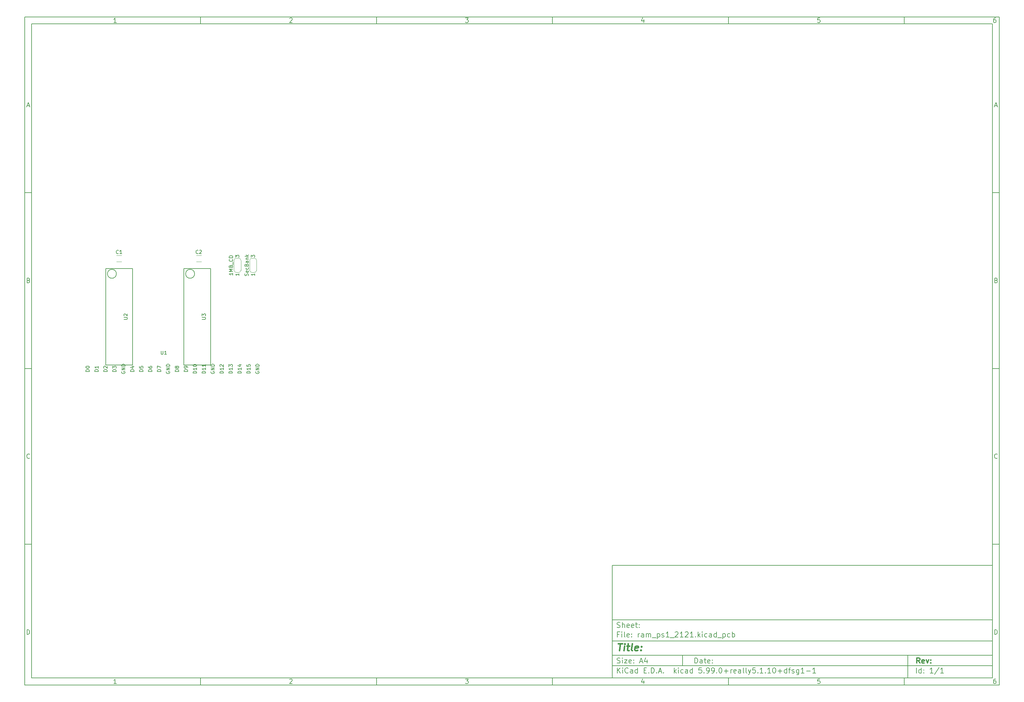
<source format=gbr>
%TF.GenerationSoftware,KiCad,Pcbnew,5.99.0+really5.1.10+dfsg1-1*%
%TF.CreationDate,2022-01-09T16:24:14+01:00*%
%TF.ProjectId,ram_ps1_2121,72616d5f-7073-4315-9f32-3132312e6b69,rev?*%
%TF.SameCoordinates,Original*%
%TF.FileFunction,Legend,Top*%
%TF.FilePolarity,Positive*%
%FSLAX46Y46*%
G04 Gerber Fmt 4.6, Leading zero omitted, Abs format (unit mm)*
G04 Created by KiCad (PCBNEW 5.99.0+really5.1.10+dfsg1-1) date 2022-01-09 16:24:14*
%MOMM*%
%LPD*%
G01*
G04 APERTURE LIST*
%ADD10C,0.100000*%
%ADD11C,0.150000*%
%ADD12C,0.300000*%
%ADD13C,0.400000*%
%ADD14C,0.120000*%
G04 APERTURE END LIST*
D10*
D11*
X177002200Y-166007200D02*
X177002200Y-198007200D01*
X285002200Y-198007200D01*
X285002200Y-166007200D01*
X177002200Y-166007200D01*
D10*
D11*
X10000000Y-10000000D02*
X10000000Y-200007200D01*
X287002200Y-200007200D01*
X287002200Y-10000000D01*
X10000000Y-10000000D01*
D10*
D11*
X12000000Y-12000000D02*
X12000000Y-198007200D01*
X285002200Y-198007200D01*
X285002200Y-12000000D01*
X12000000Y-12000000D01*
D10*
D11*
X60000000Y-12000000D02*
X60000000Y-10000000D01*
D10*
D11*
X110000000Y-12000000D02*
X110000000Y-10000000D01*
D10*
D11*
X160000000Y-12000000D02*
X160000000Y-10000000D01*
D10*
D11*
X210000000Y-12000000D02*
X210000000Y-10000000D01*
D10*
D11*
X260000000Y-12000000D02*
X260000000Y-10000000D01*
D10*
D11*
X36065476Y-11588095D02*
X35322619Y-11588095D01*
X35694047Y-11588095D02*
X35694047Y-10288095D01*
X35570238Y-10473809D01*
X35446428Y-10597619D01*
X35322619Y-10659523D01*
D10*
D11*
X85322619Y-10411904D02*
X85384523Y-10350000D01*
X85508333Y-10288095D01*
X85817857Y-10288095D01*
X85941666Y-10350000D01*
X86003571Y-10411904D01*
X86065476Y-10535714D01*
X86065476Y-10659523D01*
X86003571Y-10845238D01*
X85260714Y-11588095D01*
X86065476Y-11588095D01*
D10*
D11*
X135260714Y-10288095D02*
X136065476Y-10288095D01*
X135632142Y-10783333D01*
X135817857Y-10783333D01*
X135941666Y-10845238D01*
X136003571Y-10907142D01*
X136065476Y-11030952D01*
X136065476Y-11340476D01*
X136003571Y-11464285D01*
X135941666Y-11526190D01*
X135817857Y-11588095D01*
X135446428Y-11588095D01*
X135322619Y-11526190D01*
X135260714Y-11464285D01*
D10*
D11*
X185941666Y-10721428D02*
X185941666Y-11588095D01*
X185632142Y-10226190D02*
X185322619Y-11154761D01*
X186127380Y-11154761D01*
D10*
D11*
X236003571Y-10288095D02*
X235384523Y-10288095D01*
X235322619Y-10907142D01*
X235384523Y-10845238D01*
X235508333Y-10783333D01*
X235817857Y-10783333D01*
X235941666Y-10845238D01*
X236003571Y-10907142D01*
X236065476Y-11030952D01*
X236065476Y-11340476D01*
X236003571Y-11464285D01*
X235941666Y-11526190D01*
X235817857Y-11588095D01*
X235508333Y-11588095D01*
X235384523Y-11526190D01*
X235322619Y-11464285D01*
D10*
D11*
X285941666Y-10288095D02*
X285694047Y-10288095D01*
X285570238Y-10350000D01*
X285508333Y-10411904D01*
X285384523Y-10597619D01*
X285322619Y-10845238D01*
X285322619Y-11340476D01*
X285384523Y-11464285D01*
X285446428Y-11526190D01*
X285570238Y-11588095D01*
X285817857Y-11588095D01*
X285941666Y-11526190D01*
X286003571Y-11464285D01*
X286065476Y-11340476D01*
X286065476Y-11030952D01*
X286003571Y-10907142D01*
X285941666Y-10845238D01*
X285817857Y-10783333D01*
X285570238Y-10783333D01*
X285446428Y-10845238D01*
X285384523Y-10907142D01*
X285322619Y-11030952D01*
D10*
D11*
X60000000Y-198007200D02*
X60000000Y-200007200D01*
D10*
D11*
X110000000Y-198007200D02*
X110000000Y-200007200D01*
D10*
D11*
X160000000Y-198007200D02*
X160000000Y-200007200D01*
D10*
D11*
X210000000Y-198007200D02*
X210000000Y-200007200D01*
D10*
D11*
X260000000Y-198007200D02*
X260000000Y-200007200D01*
D10*
D11*
X36065476Y-199595295D02*
X35322619Y-199595295D01*
X35694047Y-199595295D02*
X35694047Y-198295295D01*
X35570238Y-198481009D01*
X35446428Y-198604819D01*
X35322619Y-198666723D01*
D10*
D11*
X85322619Y-198419104D02*
X85384523Y-198357200D01*
X85508333Y-198295295D01*
X85817857Y-198295295D01*
X85941666Y-198357200D01*
X86003571Y-198419104D01*
X86065476Y-198542914D01*
X86065476Y-198666723D01*
X86003571Y-198852438D01*
X85260714Y-199595295D01*
X86065476Y-199595295D01*
D10*
D11*
X135260714Y-198295295D02*
X136065476Y-198295295D01*
X135632142Y-198790533D01*
X135817857Y-198790533D01*
X135941666Y-198852438D01*
X136003571Y-198914342D01*
X136065476Y-199038152D01*
X136065476Y-199347676D01*
X136003571Y-199471485D01*
X135941666Y-199533390D01*
X135817857Y-199595295D01*
X135446428Y-199595295D01*
X135322619Y-199533390D01*
X135260714Y-199471485D01*
D10*
D11*
X185941666Y-198728628D02*
X185941666Y-199595295D01*
X185632142Y-198233390D02*
X185322619Y-199161961D01*
X186127380Y-199161961D01*
D10*
D11*
X236003571Y-198295295D02*
X235384523Y-198295295D01*
X235322619Y-198914342D01*
X235384523Y-198852438D01*
X235508333Y-198790533D01*
X235817857Y-198790533D01*
X235941666Y-198852438D01*
X236003571Y-198914342D01*
X236065476Y-199038152D01*
X236065476Y-199347676D01*
X236003571Y-199471485D01*
X235941666Y-199533390D01*
X235817857Y-199595295D01*
X235508333Y-199595295D01*
X235384523Y-199533390D01*
X235322619Y-199471485D01*
D10*
D11*
X285941666Y-198295295D02*
X285694047Y-198295295D01*
X285570238Y-198357200D01*
X285508333Y-198419104D01*
X285384523Y-198604819D01*
X285322619Y-198852438D01*
X285322619Y-199347676D01*
X285384523Y-199471485D01*
X285446428Y-199533390D01*
X285570238Y-199595295D01*
X285817857Y-199595295D01*
X285941666Y-199533390D01*
X286003571Y-199471485D01*
X286065476Y-199347676D01*
X286065476Y-199038152D01*
X286003571Y-198914342D01*
X285941666Y-198852438D01*
X285817857Y-198790533D01*
X285570238Y-198790533D01*
X285446428Y-198852438D01*
X285384523Y-198914342D01*
X285322619Y-199038152D01*
D10*
D11*
X10000000Y-60000000D02*
X12000000Y-60000000D01*
D10*
D11*
X10000000Y-110000000D02*
X12000000Y-110000000D01*
D10*
D11*
X10000000Y-160000000D02*
X12000000Y-160000000D01*
D10*
D11*
X10690476Y-35216666D02*
X11309523Y-35216666D01*
X10566666Y-35588095D02*
X11000000Y-34288095D01*
X11433333Y-35588095D01*
D10*
D11*
X11092857Y-84907142D02*
X11278571Y-84969047D01*
X11340476Y-85030952D01*
X11402380Y-85154761D01*
X11402380Y-85340476D01*
X11340476Y-85464285D01*
X11278571Y-85526190D01*
X11154761Y-85588095D01*
X10659523Y-85588095D01*
X10659523Y-84288095D01*
X11092857Y-84288095D01*
X11216666Y-84350000D01*
X11278571Y-84411904D01*
X11340476Y-84535714D01*
X11340476Y-84659523D01*
X11278571Y-84783333D01*
X11216666Y-84845238D01*
X11092857Y-84907142D01*
X10659523Y-84907142D01*
D10*
D11*
X11402380Y-135464285D02*
X11340476Y-135526190D01*
X11154761Y-135588095D01*
X11030952Y-135588095D01*
X10845238Y-135526190D01*
X10721428Y-135402380D01*
X10659523Y-135278571D01*
X10597619Y-135030952D01*
X10597619Y-134845238D01*
X10659523Y-134597619D01*
X10721428Y-134473809D01*
X10845238Y-134350000D01*
X11030952Y-134288095D01*
X11154761Y-134288095D01*
X11340476Y-134350000D01*
X11402380Y-134411904D01*
D10*
D11*
X10659523Y-185588095D02*
X10659523Y-184288095D01*
X10969047Y-184288095D01*
X11154761Y-184350000D01*
X11278571Y-184473809D01*
X11340476Y-184597619D01*
X11402380Y-184845238D01*
X11402380Y-185030952D01*
X11340476Y-185278571D01*
X11278571Y-185402380D01*
X11154761Y-185526190D01*
X10969047Y-185588095D01*
X10659523Y-185588095D01*
D10*
D11*
X287002200Y-60000000D02*
X285002200Y-60000000D01*
D10*
D11*
X287002200Y-110000000D02*
X285002200Y-110000000D01*
D10*
D11*
X287002200Y-160000000D02*
X285002200Y-160000000D01*
D10*
D11*
X285692676Y-35216666D02*
X286311723Y-35216666D01*
X285568866Y-35588095D02*
X286002200Y-34288095D01*
X286435533Y-35588095D01*
D10*
D11*
X286095057Y-84907142D02*
X286280771Y-84969047D01*
X286342676Y-85030952D01*
X286404580Y-85154761D01*
X286404580Y-85340476D01*
X286342676Y-85464285D01*
X286280771Y-85526190D01*
X286156961Y-85588095D01*
X285661723Y-85588095D01*
X285661723Y-84288095D01*
X286095057Y-84288095D01*
X286218866Y-84350000D01*
X286280771Y-84411904D01*
X286342676Y-84535714D01*
X286342676Y-84659523D01*
X286280771Y-84783333D01*
X286218866Y-84845238D01*
X286095057Y-84907142D01*
X285661723Y-84907142D01*
D10*
D11*
X286404580Y-135464285D02*
X286342676Y-135526190D01*
X286156961Y-135588095D01*
X286033152Y-135588095D01*
X285847438Y-135526190D01*
X285723628Y-135402380D01*
X285661723Y-135278571D01*
X285599819Y-135030952D01*
X285599819Y-134845238D01*
X285661723Y-134597619D01*
X285723628Y-134473809D01*
X285847438Y-134350000D01*
X286033152Y-134288095D01*
X286156961Y-134288095D01*
X286342676Y-134350000D01*
X286404580Y-134411904D01*
D10*
D11*
X285661723Y-185588095D02*
X285661723Y-184288095D01*
X285971247Y-184288095D01*
X286156961Y-184350000D01*
X286280771Y-184473809D01*
X286342676Y-184597619D01*
X286404580Y-184845238D01*
X286404580Y-185030952D01*
X286342676Y-185278571D01*
X286280771Y-185402380D01*
X286156961Y-185526190D01*
X285971247Y-185588095D01*
X285661723Y-185588095D01*
D10*
D11*
X200434342Y-193785771D02*
X200434342Y-192285771D01*
X200791485Y-192285771D01*
X201005771Y-192357200D01*
X201148628Y-192500057D01*
X201220057Y-192642914D01*
X201291485Y-192928628D01*
X201291485Y-193142914D01*
X201220057Y-193428628D01*
X201148628Y-193571485D01*
X201005771Y-193714342D01*
X200791485Y-193785771D01*
X200434342Y-193785771D01*
X202577200Y-193785771D02*
X202577200Y-193000057D01*
X202505771Y-192857200D01*
X202362914Y-192785771D01*
X202077200Y-192785771D01*
X201934342Y-192857200D01*
X202577200Y-193714342D02*
X202434342Y-193785771D01*
X202077200Y-193785771D01*
X201934342Y-193714342D01*
X201862914Y-193571485D01*
X201862914Y-193428628D01*
X201934342Y-193285771D01*
X202077200Y-193214342D01*
X202434342Y-193214342D01*
X202577200Y-193142914D01*
X203077200Y-192785771D02*
X203648628Y-192785771D01*
X203291485Y-192285771D02*
X203291485Y-193571485D01*
X203362914Y-193714342D01*
X203505771Y-193785771D01*
X203648628Y-193785771D01*
X204720057Y-193714342D02*
X204577200Y-193785771D01*
X204291485Y-193785771D01*
X204148628Y-193714342D01*
X204077200Y-193571485D01*
X204077200Y-193000057D01*
X204148628Y-192857200D01*
X204291485Y-192785771D01*
X204577200Y-192785771D01*
X204720057Y-192857200D01*
X204791485Y-193000057D01*
X204791485Y-193142914D01*
X204077200Y-193285771D01*
X205434342Y-193642914D02*
X205505771Y-193714342D01*
X205434342Y-193785771D01*
X205362914Y-193714342D01*
X205434342Y-193642914D01*
X205434342Y-193785771D01*
X205434342Y-192857200D02*
X205505771Y-192928628D01*
X205434342Y-193000057D01*
X205362914Y-192928628D01*
X205434342Y-192857200D01*
X205434342Y-193000057D01*
D10*
D11*
X177002200Y-194507200D02*
X285002200Y-194507200D01*
D10*
D11*
X178434342Y-196585771D02*
X178434342Y-195085771D01*
X179291485Y-196585771D02*
X178648628Y-195728628D01*
X179291485Y-195085771D02*
X178434342Y-195942914D01*
X179934342Y-196585771D02*
X179934342Y-195585771D01*
X179934342Y-195085771D02*
X179862914Y-195157200D01*
X179934342Y-195228628D01*
X180005771Y-195157200D01*
X179934342Y-195085771D01*
X179934342Y-195228628D01*
X181505771Y-196442914D02*
X181434342Y-196514342D01*
X181220057Y-196585771D01*
X181077200Y-196585771D01*
X180862914Y-196514342D01*
X180720057Y-196371485D01*
X180648628Y-196228628D01*
X180577200Y-195942914D01*
X180577200Y-195728628D01*
X180648628Y-195442914D01*
X180720057Y-195300057D01*
X180862914Y-195157200D01*
X181077200Y-195085771D01*
X181220057Y-195085771D01*
X181434342Y-195157200D01*
X181505771Y-195228628D01*
X182791485Y-196585771D02*
X182791485Y-195800057D01*
X182720057Y-195657200D01*
X182577200Y-195585771D01*
X182291485Y-195585771D01*
X182148628Y-195657200D01*
X182791485Y-196514342D02*
X182648628Y-196585771D01*
X182291485Y-196585771D01*
X182148628Y-196514342D01*
X182077200Y-196371485D01*
X182077200Y-196228628D01*
X182148628Y-196085771D01*
X182291485Y-196014342D01*
X182648628Y-196014342D01*
X182791485Y-195942914D01*
X184148628Y-196585771D02*
X184148628Y-195085771D01*
X184148628Y-196514342D02*
X184005771Y-196585771D01*
X183720057Y-196585771D01*
X183577200Y-196514342D01*
X183505771Y-196442914D01*
X183434342Y-196300057D01*
X183434342Y-195871485D01*
X183505771Y-195728628D01*
X183577200Y-195657200D01*
X183720057Y-195585771D01*
X184005771Y-195585771D01*
X184148628Y-195657200D01*
X186005771Y-195800057D02*
X186505771Y-195800057D01*
X186720057Y-196585771D02*
X186005771Y-196585771D01*
X186005771Y-195085771D01*
X186720057Y-195085771D01*
X187362914Y-196442914D02*
X187434342Y-196514342D01*
X187362914Y-196585771D01*
X187291485Y-196514342D01*
X187362914Y-196442914D01*
X187362914Y-196585771D01*
X188077200Y-196585771D02*
X188077200Y-195085771D01*
X188434342Y-195085771D01*
X188648628Y-195157200D01*
X188791485Y-195300057D01*
X188862914Y-195442914D01*
X188934342Y-195728628D01*
X188934342Y-195942914D01*
X188862914Y-196228628D01*
X188791485Y-196371485D01*
X188648628Y-196514342D01*
X188434342Y-196585771D01*
X188077200Y-196585771D01*
X189577200Y-196442914D02*
X189648628Y-196514342D01*
X189577200Y-196585771D01*
X189505771Y-196514342D01*
X189577200Y-196442914D01*
X189577200Y-196585771D01*
X190220057Y-196157200D02*
X190934342Y-196157200D01*
X190077200Y-196585771D02*
X190577200Y-195085771D01*
X191077200Y-196585771D01*
X191577200Y-196442914D02*
X191648628Y-196514342D01*
X191577200Y-196585771D01*
X191505771Y-196514342D01*
X191577200Y-196442914D01*
X191577200Y-196585771D01*
X194577200Y-196585771D02*
X194577200Y-195085771D01*
X194720057Y-196014342D02*
X195148628Y-196585771D01*
X195148628Y-195585771D02*
X194577200Y-196157200D01*
X195791485Y-196585771D02*
X195791485Y-195585771D01*
X195791485Y-195085771D02*
X195720057Y-195157200D01*
X195791485Y-195228628D01*
X195862914Y-195157200D01*
X195791485Y-195085771D01*
X195791485Y-195228628D01*
X197148628Y-196514342D02*
X197005771Y-196585771D01*
X196720057Y-196585771D01*
X196577200Y-196514342D01*
X196505771Y-196442914D01*
X196434342Y-196300057D01*
X196434342Y-195871485D01*
X196505771Y-195728628D01*
X196577200Y-195657200D01*
X196720057Y-195585771D01*
X197005771Y-195585771D01*
X197148628Y-195657200D01*
X198434342Y-196585771D02*
X198434342Y-195800057D01*
X198362914Y-195657200D01*
X198220057Y-195585771D01*
X197934342Y-195585771D01*
X197791485Y-195657200D01*
X198434342Y-196514342D02*
X198291485Y-196585771D01*
X197934342Y-196585771D01*
X197791485Y-196514342D01*
X197720057Y-196371485D01*
X197720057Y-196228628D01*
X197791485Y-196085771D01*
X197934342Y-196014342D01*
X198291485Y-196014342D01*
X198434342Y-195942914D01*
X199791485Y-196585771D02*
X199791485Y-195085771D01*
X199791485Y-196514342D02*
X199648628Y-196585771D01*
X199362914Y-196585771D01*
X199220057Y-196514342D01*
X199148628Y-196442914D01*
X199077200Y-196300057D01*
X199077200Y-195871485D01*
X199148628Y-195728628D01*
X199220057Y-195657200D01*
X199362914Y-195585771D01*
X199648628Y-195585771D01*
X199791485Y-195657200D01*
X202362914Y-195085771D02*
X201648628Y-195085771D01*
X201577200Y-195800057D01*
X201648628Y-195728628D01*
X201791485Y-195657200D01*
X202148628Y-195657200D01*
X202291485Y-195728628D01*
X202362914Y-195800057D01*
X202434342Y-195942914D01*
X202434342Y-196300057D01*
X202362914Y-196442914D01*
X202291485Y-196514342D01*
X202148628Y-196585771D01*
X201791485Y-196585771D01*
X201648628Y-196514342D01*
X201577200Y-196442914D01*
X203077200Y-196442914D02*
X203148628Y-196514342D01*
X203077200Y-196585771D01*
X203005771Y-196514342D01*
X203077200Y-196442914D01*
X203077200Y-196585771D01*
X203862914Y-196585771D02*
X204148628Y-196585771D01*
X204291485Y-196514342D01*
X204362914Y-196442914D01*
X204505771Y-196228628D01*
X204577200Y-195942914D01*
X204577200Y-195371485D01*
X204505771Y-195228628D01*
X204434342Y-195157200D01*
X204291485Y-195085771D01*
X204005771Y-195085771D01*
X203862914Y-195157200D01*
X203791485Y-195228628D01*
X203720057Y-195371485D01*
X203720057Y-195728628D01*
X203791485Y-195871485D01*
X203862914Y-195942914D01*
X204005771Y-196014342D01*
X204291485Y-196014342D01*
X204434342Y-195942914D01*
X204505771Y-195871485D01*
X204577200Y-195728628D01*
X205291485Y-196585771D02*
X205577200Y-196585771D01*
X205720057Y-196514342D01*
X205791485Y-196442914D01*
X205934342Y-196228628D01*
X206005771Y-195942914D01*
X206005771Y-195371485D01*
X205934342Y-195228628D01*
X205862914Y-195157200D01*
X205720057Y-195085771D01*
X205434342Y-195085771D01*
X205291485Y-195157200D01*
X205220057Y-195228628D01*
X205148628Y-195371485D01*
X205148628Y-195728628D01*
X205220057Y-195871485D01*
X205291485Y-195942914D01*
X205434342Y-196014342D01*
X205720057Y-196014342D01*
X205862914Y-195942914D01*
X205934342Y-195871485D01*
X206005771Y-195728628D01*
X206648628Y-196442914D02*
X206720057Y-196514342D01*
X206648628Y-196585771D01*
X206577200Y-196514342D01*
X206648628Y-196442914D01*
X206648628Y-196585771D01*
X207648628Y-195085771D02*
X207791485Y-195085771D01*
X207934342Y-195157200D01*
X208005771Y-195228628D01*
X208077200Y-195371485D01*
X208148628Y-195657200D01*
X208148628Y-196014342D01*
X208077200Y-196300057D01*
X208005771Y-196442914D01*
X207934342Y-196514342D01*
X207791485Y-196585771D01*
X207648628Y-196585771D01*
X207505771Y-196514342D01*
X207434342Y-196442914D01*
X207362914Y-196300057D01*
X207291485Y-196014342D01*
X207291485Y-195657200D01*
X207362914Y-195371485D01*
X207434342Y-195228628D01*
X207505771Y-195157200D01*
X207648628Y-195085771D01*
X208791485Y-196014342D02*
X209934342Y-196014342D01*
X209362914Y-196585771D02*
X209362914Y-195442914D01*
X210648628Y-196585771D02*
X210648628Y-195585771D01*
X210648628Y-195871485D02*
X210720057Y-195728628D01*
X210791485Y-195657200D01*
X210934342Y-195585771D01*
X211077200Y-195585771D01*
X212148628Y-196514342D02*
X212005771Y-196585771D01*
X211720057Y-196585771D01*
X211577200Y-196514342D01*
X211505771Y-196371485D01*
X211505771Y-195800057D01*
X211577200Y-195657200D01*
X211720057Y-195585771D01*
X212005771Y-195585771D01*
X212148628Y-195657200D01*
X212220057Y-195800057D01*
X212220057Y-195942914D01*
X211505771Y-196085771D01*
X213505771Y-196585771D02*
X213505771Y-195800057D01*
X213434342Y-195657200D01*
X213291485Y-195585771D01*
X213005771Y-195585771D01*
X212862914Y-195657200D01*
X213505771Y-196514342D02*
X213362914Y-196585771D01*
X213005771Y-196585771D01*
X212862914Y-196514342D01*
X212791485Y-196371485D01*
X212791485Y-196228628D01*
X212862914Y-196085771D01*
X213005771Y-196014342D01*
X213362914Y-196014342D01*
X213505771Y-195942914D01*
X214434342Y-196585771D02*
X214291485Y-196514342D01*
X214220057Y-196371485D01*
X214220057Y-195085771D01*
X215220057Y-196585771D02*
X215077200Y-196514342D01*
X215005771Y-196371485D01*
X215005771Y-195085771D01*
X215648628Y-195585771D02*
X216005771Y-196585771D01*
X216362914Y-195585771D02*
X216005771Y-196585771D01*
X215862914Y-196942914D01*
X215791485Y-197014342D01*
X215648628Y-197085771D01*
X217648628Y-195085771D02*
X216934342Y-195085771D01*
X216862914Y-195800057D01*
X216934342Y-195728628D01*
X217077200Y-195657200D01*
X217434342Y-195657200D01*
X217577200Y-195728628D01*
X217648628Y-195800057D01*
X217720057Y-195942914D01*
X217720057Y-196300057D01*
X217648628Y-196442914D01*
X217577200Y-196514342D01*
X217434342Y-196585771D01*
X217077200Y-196585771D01*
X216934342Y-196514342D01*
X216862914Y-196442914D01*
X218362914Y-196442914D02*
X218434342Y-196514342D01*
X218362914Y-196585771D01*
X218291485Y-196514342D01*
X218362914Y-196442914D01*
X218362914Y-196585771D01*
X219862914Y-196585771D02*
X219005771Y-196585771D01*
X219434342Y-196585771D02*
X219434342Y-195085771D01*
X219291485Y-195300057D01*
X219148628Y-195442914D01*
X219005771Y-195514342D01*
X220505771Y-196442914D02*
X220577200Y-196514342D01*
X220505771Y-196585771D01*
X220434342Y-196514342D01*
X220505771Y-196442914D01*
X220505771Y-196585771D01*
X222005771Y-196585771D02*
X221148628Y-196585771D01*
X221577200Y-196585771D02*
X221577200Y-195085771D01*
X221434342Y-195300057D01*
X221291485Y-195442914D01*
X221148628Y-195514342D01*
X222934342Y-195085771D02*
X223077200Y-195085771D01*
X223220057Y-195157200D01*
X223291485Y-195228628D01*
X223362914Y-195371485D01*
X223434342Y-195657200D01*
X223434342Y-196014342D01*
X223362914Y-196300057D01*
X223291485Y-196442914D01*
X223220057Y-196514342D01*
X223077200Y-196585771D01*
X222934342Y-196585771D01*
X222791485Y-196514342D01*
X222720057Y-196442914D01*
X222648628Y-196300057D01*
X222577200Y-196014342D01*
X222577200Y-195657200D01*
X222648628Y-195371485D01*
X222720057Y-195228628D01*
X222791485Y-195157200D01*
X222934342Y-195085771D01*
X224077200Y-196014342D02*
X225220057Y-196014342D01*
X224648628Y-196585771D02*
X224648628Y-195442914D01*
X226577200Y-196585771D02*
X226577200Y-195085771D01*
X226577200Y-196514342D02*
X226434342Y-196585771D01*
X226148628Y-196585771D01*
X226005771Y-196514342D01*
X225934342Y-196442914D01*
X225862914Y-196300057D01*
X225862914Y-195871485D01*
X225934342Y-195728628D01*
X226005771Y-195657200D01*
X226148628Y-195585771D01*
X226434342Y-195585771D01*
X226577200Y-195657200D01*
X227077200Y-195585771D02*
X227648628Y-195585771D01*
X227291485Y-196585771D02*
X227291485Y-195300057D01*
X227362914Y-195157200D01*
X227505771Y-195085771D01*
X227648628Y-195085771D01*
X228077200Y-196514342D02*
X228220057Y-196585771D01*
X228505771Y-196585771D01*
X228648628Y-196514342D01*
X228720057Y-196371485D01*
X228720057Y-196300057D01*
X228648628Y-196157200D01*
X228505771Y-196085771D01*
X228291485Y-196085771D01*
X228148628Y-196014342D01*
X228077200Y-195871485D01*
X228077200Y-195800057D01*
X228148628Y-195657200D01*
X228291485Y-195585771D01*
X228505771Y-195585771D01*
X228648628Y-195657200D01*
X230005771Y-195585771D02*
X230005771Y-196800057D01*
X229934342Y-196942914D01*
X229862914Y-197014342D01*
X229720057Y-197085771D01*
X229505771Y-197085771D01*
X229362914Y-197014342D01*
X230005771Y-196514342D02*
X229862914Y-196585771D01*
X229577200Y-196585771D01*
X229434342Y-196514342D01*
X229362914Y-196442914D01*
X229291485Y-196300057D01*
X229291485Y-195871485D01*
X229362914Y-195728628D01*
X229434342Y-195657200D01*
X229577200Y-195585771D01*
X229862914Y-195585771D01*
X230005771Y-195657200D01*
X231505771Y-196585771D02*
X230648628Y-196585771D01*
X231077200Y-196585771D02*
X231077200Y-195085771D01*
X230934342Y-195300057D01*
X230791485Y-195442914D01*
X230648628Y-195514342D01*
X232148628Y-196014342D02*
X233291485Y-196014342D01*
X234791485Y-196585771D02*
X233934342Y-196585771D01*
X234362914Y-196585771D02*
X234362914Y-195085771D01*
X234220057Y-195300057D01*
X234077200Y-195442914D01*
X233934342Y-195514342D01*
D10*
D11*
X177002200Y-191507200D02*
X285002200Y-191507200D01*
D10*
D12*
X264411485Y-193785771D02*
X263911485Y-193071485D01*
X263554342Y-193785771D02*
X263554342Y-192285771D01*
X264125771Y-192285771D01*
X264268628Y-192357200D01*
X264340057Y-192428628D01*
X264411485Y-192571485D01*
X264411485Y-192785771D01*
X264340057Y-192928628D01*
X264268628Y-193000057D01*
X264125771Y-193071485D01*
X263554342Y-193071485D01*
X265625771Y-193714342D02*
X265482914Y-193785771D01*
X265197200Y-193785771D01*
X265054342Y-193714342D01*
X264982914Y-193571485D01*
X264982914Y-193000057D01*
X265054342Y-192857200D01*
X265197200Y-192785771D01*
X265482914Y-192785771D01*
X265625771Y-192857200D01*
X265697200Y-193000057D01*
X265697200Y-193142914D01*
X264982914Y-193285771D01*
X266197200Y-192785771D02*
X266554342Y-193785771D01*
X266911485Y-192785771D01*
X267482914Y-193642914D02*
X267554342Y-193714342D01*
X267482914Y-193785771D01*
X267411485Y-193714342D01*
X267482914Y-193642914D01*
X267482914Y-193785771D01*
X267482914Y-192857200D02*
X267554342Y-192928628D01*
X267482914Y-193000057D01*
X267411485Y-192928628D01*
X267482914Y-192857200D01*
X267482914Y-193000057D01*
D10*
D11*
X178362914Y-193714342D02*
X178577200Y-193785771D01*
X178934342Y-193785771D01*
X179077200Y-193714342D01*
X179148628Y-193642914D01*
X179220057Y-193500057D01*
X179220057Y-193357200D01*
X179148628Y-193214342D01*
X179077200Y-193142914D01*
X178934342Y-193071485D01*
X178648628Y-193000057D01*
X178505771Y-192928628D01*
X178434342Y-192857200D01*
X178362914Y-192714342D01*
X178362914Y-192571485D01*
X178434342Y-192428628D01*
X178505771Y-192357200D01*
X178648628Y-192285771D01*
X179005771Y-192285771D01*
X179220057Y-192357200D01*
X179862914Y-193785771D02*
X179862914Y-192785771D01*
X179862914Y-192285771D02*
X179791485Y-192357200D01*
X179862914Y-192428628D01*
X179934342Y-192357200D01*
X179862914Y-192285771D01*
X179862914Y-192428628D01*
X180434342Y-192785771D02*
X181220057Y-192785771D01*
X180434342Y-193785771D01*
X181220057Y-193785771D01*
X182362914Y-193714342D02*
X182220057Y-193785771D01*
X181934342Y-193785771D01*
X181791485Y-193714342D01*
X181720057Y-193571485D01*
X181720057Y-193000057D01*
X181791485Y-192857200D01*
X181934342Y-192785771D01*
X182220057Y-192785771D01*
X182362914Y-192857200D01*
X182434342Y-193000057D01*
X182434342Y-193142914D01*
X181720057Y-193285771D01*
X183077200Y-193642914D02*
X183148628Y-193714342D01*
X183077200Y-193785771D01*
X183005771Y-193714342D01*
X183077200Y-193642914D01*
X183077200Y-193785771D01*
X183077200Y-192857200D02*
X183148628Y-192928628D01*
X183077200Y-193000057D01*
X183005771Y-192928628D01*
X183077200Y-192857200D01*
X183077200Y-193000057D01*
X184862914Y-193357200D02*
X185577200Y-193357200D01*
X184720057Y-193785771D02*
X185220057Y-192285771D01*
X185720057Y-193785771D01*
X186862914Y-192785771D02*
X186862914Y-193785771D01*
X186505771Y-192214342D02*
X186148628Y-193285771D01*
X187077200Y-193285771D01*
D10*
D11*
X263434342Y-196585771D02*
X263434342Y-195085771D01*
X264791485Y-196585771D02*
X264791485Y-195085771D01*
X264791485Y-196514342D02*
X264648628Y-196585771D01*
X264362914Y-196585771D01*
X264220057Y-196514342D01*
X264148628Y-196442914D01*
X264077200Y-196300057D01*
X264077200Y-195871485D01*
X264148628Y-195728628D01*
X264220057Y-195657200D01*
X264362914Y-195585771D01*
X264648628Y-195585771D01*
X264791485Y-195657200D01*
X265505771Y-196442914D02*
X265577200Y-196514342D01*
X265505771Y-196585771D01*
X265434342Y-196514342D01*
X265505771Y-196442914D01*
X265505771Y-196585771D01*
X265505771Y-195657200D02*
X265577200Y-195728628D01*
X265505771Y-195800057D01*
X265434342Y-195728628D01*
X265505771Y-195657200D01*
X265505771Y-195800057D01*
X268148628Y-196585771D02*
X267291485Y-196585771D01*
X267720057Y-196585771D02*
X267720057Y-195085771D01*
X267577200Y-195300057D01*
X267434342Y-195442914D01*
X267291485Y-195514342D01*
X269862914Y-195014342D02*
X268577200Y-196942914D01*
X271148628Y-196585771D02*
X270291485Y-196585771D01*
X270720057Y-196585771D02*
X270720057Y-195085771D01*
X270577200Y-195300057D01*
X270434342Y-195442914D01*
X270291485Y-195514342D01*
D10*
D11*
X177002200Y-187507200D02*
X285002200Y-187507200D01*
D10*
D13*
X178714580Y-188211961D02*
X179857438Y-188211961D01*
X179036009Y-190211961D02*
X179286009Y-188211961D01*
X180274104Y-190211961D02*
X180440771Y-188878628D01*
X180524104Y-188211961D02*
X180416961Y-188307200D01*
X180500295Y-188402438D01*
X180607438Y-188307200D01*
X180524104Y-188211961D01*
X180500295Y-188402438D01*
X181107438Y-188878628D02*
X181869342Y-188878628D01*
X181476485Y-188211961D02*
X181262200Y-189926247D01*
X181333628Y-190116723D01*
X181512200Y-190211961D01*
X181702676Y-190211961D01*
X182655057Y-190211961D02*
X182476485Y-190116723D01*
X182405057Y-189926247D01*
X182619342Y-188211961D01*
X184190771Y-190116723D02*
X183988390Y-190211961D01*
X183607438Y-190211961D01*
X183428866Y-190116723D01*
X183357438Y-189926247D01*
X183452676Y-189164342D01*
X183571723Y-188973866D01*
X183774104Y-188878628D01*
X184155057Y-188878628D01*
X184333628Y-188973866D01*
X184405057Y-189164342D01*
X184381247Y-189354819D01*
X183405057Y-189545295D01*
X185155057Y-190021485D02*
X185238390Y-190116723D01*
X185131247Y-190211961D01*
X185047914Y-190116723D01*
X185155057Y-190021485D01*
X185131247Y-190211961D01*
X185286009Y-188973866D02*
X185369342Y-189069104D01*
X185262200Y-189164342D01*
X185178866Y-189069104D01*
X185286009Y-188973866D01*
X185262200Y-189164342D01*
D10*
D11*
X178934342Y-185600057D02*
X178434342Y-185600057D01*
X178434342Y-186385771D02*
X178434342Y-184885771D01*
X179148628Y-184885771D01*
X179720057Y-186385771D02*
X179720057Y-185385771D01*
X179720057Y-184885771D02*
X179648628Y-184957200D01*
X179720057Y-185028628D01*
X179791485Y-184957200D01*
X179720057Y-184885771D01*
X179720057Y-185028628D01*
X180648628Y-186385771D02*
X180505771Y-186314342D01*
X180434342Y-186171485D01*
X180434342Y-184885771D01*
X181791485Y-186314342D02*
X181648628Y-186385771D01*
X181362914Y-186385771D01*
X181220057Y-186314342D01*
X181148628Y-186171485D01*
X181148628Y-185600057D01*
X181220057Y-185457200D01*
X181362914Y-185385771D01*
X181648628Y-185385771D01*
X181791485Y-185457200D01*
X181862914Y-185600057D01*
X181862914Y-185742914D01*
X181148628Y-185885771D01*
X182505771Y-186242914D02*
X182577200Y-186314342D01*
X182505771Y-186385771D01*
X182434342Y-186314342D01*
X182505771Y-186242914D01*
X182505771Y-186385771D01*
X182505771Y-185457200D02*
X182577200Y-185528628D01*
X182505771Y-185600057D01*
X182434342Y-185528628D01*
X182505771Y-185457200D01*
X182505771Y-185600057D01*
X184362914Y-186385771D02*
X184362914Y-185385771D01*
X184362914Y-185671485D02*
X184434342Y-185528628D01*
X184505771Y-185457200D01*
X184648628Y-185385771D01*
X184791485Y-185385771D01*
X185934342Y-186385771D02*
X185934342Y-185600057D01*
X185862914Y-185457200D01*
X185720057Y-185385771D01*
X185434342Y-185385771D01*
X185291485Y-185457200D01*
X185934342Y-186314342D02*
X185791485Y-186385771D01*
X185434342Y-186385771D01*
X185291485Y-186314342D01*
X185220057Y-186171485D01*
X185220057Y-186028628D01*
X185291485Y-185885771D01*
X185434342Y-185814342D01*
X185791485Y-185814342D01*
X185934342Y-185742914D01*
X186648628Y-186385771D02*
X186648628Y-185385771D01*
X186648628Y-185528628D02*
X186720057Y-185457200D01*
X186862914Y-185385771D01*
X187077200Y-185385771D01*
X187220057Y-185457200D01*
X187291485Y-185600057D01*
X187291485Y-186385771D01*
X187291485Y-185600057D02*
X187362914Y-185457200D01*
X187505771Y-185385771D01*
X187720057Y-185385771D01*
X187862914Y-185457200D01*
X187934342Y-185600057D01*
X187934342Y-186385771D01*
X188291485Y-186528628D02*
X189434342Y-186528628D01*
X189791485Y-185385771D02*
X189791485Y-186885771D01*
X189791485Y-185457200D02*
X189934342Y-185385771D01*
X190220057Y-185385771D01*
X190362914Y-185457200D01*
X190434342Y-185528628D01*
X190505771Y-185671485D01*
X190505771Y-186100057D01*
X190434342Y-186242914D01*
X190362914Y-186314342D01*
X190220057Y-186385771D01*
X189934342Y-186385771D01*
X189791485Y-186314342D01*
X191077200Y-186314342D02*
X191220057Y-186385771D01*
X191505771Y-186385771D01*
X191648628Y-186314342D01*
X191720057Y-186171485D01*
X191720057Y-186100057D01*
X191648628Y-185957200D01*
X191505771Y-185885771D01*
X191291485Y-185885771D01*
X191148628Y-185814342D01*
X191077200Y-185671485D01*
X191077200Y-185600057D01*
X191148628Y-185457200D01*
X191291485Y-185385771D01*
X191505771Y-185385771D01*
X191648628Y-185457200D01*
X193148628Y-186385771D02*
X192291485Y-186385771D01*
X192720057Y-186385771D02*
X192720057Y-184885771D01*
X192577200Y-185100057D01*
X192434342Y-185242914D01*
X192291485Y-185314342D01*
X193434342Y-186528628D02*
X194577200Y-186528628D01*
X194862914Y-185028628D02*
X194934342Y-184957200D01*
X195077200Y-184885771D01*
X195434342Y-184885771D01*
X195577200Y-184957200D01*
X195648628Y-185028628D01*
X195720057Y-185171485D01*
X195720057Y-185314342D01*
X195648628Y-185528628D01*
X194791485Y-186385771D01*
X195720057Y-186385771D01*
X197148628Y-186385771D02*
X196291485Y-186385771D01*
X196720057Y-186385771D02*
X196720057Y-184885771D01*
X196577200Y-185100057D01*
X196434342Y-185242914D01*
X196291485Y-185314342D01*
X197720057Y-185028628D02*
X197791485Y-184957200D01*
X197934342Y-184885771D01*
X198291485Y-184885771D01*
X198434342Y-184957200D01*
X198505771Y-185028628D01*
X198577200Y-185171485D01*
X198577200Y-185314342D01*
X198505771Y-185528628D01*
X197648628Y-186385771D01*
X198577200Y-186385771D01*
X200005771Y-186385771D02*
X199148628Y-186385771D01*
X199577200Y-186385771D02*
X199577200Y-184885771D01*
X199434342Y-185100057D01*
X199291485Y-185242914D01*
X199148628Y-185314342D01*
X200648628Y-186242914D02*
X200720057Y-186314342D01*
X200648628Y-186385771D01*
X200577200Y-186314342D01*
X200648628Y-186242914D01*
X200648628Y-186385771D01*
X201362914Y-186385771D02*
X201362914Y-184885771D01*
X201505771Y-185814342D02*
X201934342Y-186385771D01*
X201934342Y-185385771D02*
X201362914Y-185957200D01*
X202577200Y-186385771D02*
X202577200Y-185385771D01*
X202577200Y-184885771D02*
X202505771Y-184957200D01*
X202577200Y-185028628D01*
X202648628Y-184957200D01*
X202577200Y-184885771D01*
X202577200Y-185028628D01*
X203934342Y-186314342D02*
X203791485Y-186385771D01*
X203505771Y-186385771D01*
X203362914Y-186314342D01*
X203291485Y-186242914D01*
X203220057Y-186100057D01*
X203220057Y-185671485D01*
X203291485Y-185528628D01*
X203362914Y-185457200D01*
X203505771Y-185385771D01*
X203791485Y-185385771D01*
X203934342Y-185457200D01*
X205220057Y-186385771D02*
X205220057Y-185600057D01*
X205148628Y-185457200D01*
X205005771Y-185385771D01*
X204720057Y-185385771D01*
X204577200Y-185457200D01*
X205220057Y-186314342D02*
X205077200Y-186385771D01*
X204720057Y-186385771D01*
X204577200Y-186314342D01*
X204505771Y-186171485D01*
X204505771Y-186028628D01*
X204577200Y-185885771D01*
X204720057Y-185814342D01*
X205077200Y-185814342D01*
X205220057Y-185742914D01*
X206577200Y-186385771D02*
X206577200Y-184885771D01*
X206577200Y-186314342D02*
X206434342Y-186385771D01*
X206148628Y-186385771D01*
X206005771Y-186314342D01*
X205934342Y-186242914D01*
X205862914Y-186100057D01*
X205862914Y-185671485D01*
X205934342Y-185528628D01*
X206005771Y-185457200D01*
X206148628Y-185385771D01*
X206434342Y-185385771D01*
X206577200Y-185457200D01*
X206934342Y-186528628D02*
X208077200Y-186528628D01*
X208434342Y-185385771D02*
X208434342Y-186885771D01*
X208434342Y-185457200D02*
X208577200Y-185385771D01*
X208862914Y-185385771D01*
X209005771Y-185457200D01*
X209077200Y-185528628D01*
X209148628Y-185671485D01*
X209148628Y-186100057D01*
X209077200Y-186242914D01*
X209005771Y-186314342D01*
X208862914Y-186385771D01*
X208577200Y-186385771D01*
X208434342Y-186314342D01*
X210434342Y-186314342D02*
X210291485Y-186385771D01*
X210005771Y-186385771D01*
X209862914Y-186314342D01*
X209791485Y-186242914D01*
X209720057Y-186100057D01*
X209720057Y-185671485D01*
X209791485Y-185528628D01*
X209862914Y-185457200D01*
X210005771Y-185385771D01*
X210291485Y-185385771D01*
X210434342Y-185457200D01*
X211077200Y-186385771D02*
X211077200Y-184885771D01*
X211077200Y-185457200D02*
X211220057Y-185385771D01*
X211505771Y-185385771D01*
X211648628Y-185457200D01*
X211720057Y-185528628D01*
X211791485Y-185671485D01*
X211791485Y-186100057D01*
X211720057Y-186242914D01*
X211648628Y-186314342D01*
X211505771Y-186385771D01*
X211220057Y-186385771D01*
X211077200Y-186314342D01*
D10*
D11*
X177002200Y-181507200D02*
X285002200Y-181507200D01*
D10*
D11*
X178362914Y-183614342D02*
X178577200Y-183685771D01*
X178934342Y-183685771D01*
X179077200Y-183614342D01*
X179148628Y-183542914D01*
X179220057Y-183400057D01*
X179220057Y-183257200D01*
X179148628Y-183114342D01*
X179077200Y-183042914D01*
X178934342Y-182971485D01*
X178648628Y-182900057D01*
X178505771Y-182828628D01*
X178434342Y-182757200D01*
X178362914Y-182614342D01*
X178362914Y-182471485D01*
X178434342Y-182328628D01*
X178505771Y-182257200D01*
X178648628Y-182185771D01*
X179005771Y-182185771D01*
X179220057Y-182257200D01*
X179862914Y-183685771D02*
X179862914Y-182185771D01*
X180505771Y-183685771D02*
X180505771Y-182900057D01*
X180434342Y-182757200D01*
X180291485Y-182685771D01*
X180077200Y-182685771D01*
X179934342Y-182757200D01*
X179862914Y-182828628D01*
X181791485Y-183614342D02*
X181648628Y-183685771D01*
X181362914Y-183685771D01*
X181220057Y-183614342D01*
X181148628Y-183471485D01*
X181148628Y-182900057D01*
X181220057Y-182757200D01*
X181362914Y-182685771D01*
X181648628Y-182685771D01*
X181791485Y-182757200D01*
X181862914Y-182900057D01*
X181862914Y-183042914D01*
X181148628Y-183185771D01*
X183077200Y-183614342D02*
X182934342Y-183685771D01*
X182648628Y-183685771D01*
X182505771Y-183614342D01*
X182434342Y-183471485D01*
X182434342Y-182900057D01*
X182505771Y-182757200D01*
X182648628Y-182685771D01*
X182934342Y-182685771D01*
X183077200Y-182757200D01*
X183148628Y-182900057D01*
X183148628Y-183042914D01*
X182434342Y-183185771D01*
X183577200Y-182685771D02*
X184148628Y-182685771D01*
X183791485Y-182185771D02*
X183791485Y-183471485D01*
X183862914Y-183614342D01*
X184005771Y-183685771D01*
X184148628Y-183685771D01*
X184648628Y-183542914D02*
X184720057Y-183614342D01*
X184648628Y-183685771D01*
X184577200Y-183614342D01*
X184648628Y-183542914D01*
X184648628Y-183685771D01*
X184648628Y-182757200D02*
X184720057Y-182828628D01*
X184648628Y-182900057D01*
X184577200Y-182828628D01*
X184648628Y-182757200D01*
X184648628Y-182900057D01*
D10*
D11*
X197002200Y-191507200D02*
X197002200Y-194507200D01*
D10*
D11*
X261002200Y-191507200D02*
X261002200Y-198007200D01*
%TO.C,U2*%
X36068000Y-83058000D02*
G75*
G03*
X36068000Y-83058000I-1270000J0D01*
G01*
X33020000Y-108966000D02*
X40640000Y-108966000D01*
X33020000Y-81534000D02*
X40640000Y-81534000D01*
X33020000Y-108966000D02*
X33020000Y-81534000D01*
X40640000Y-81534000D02*
X40640000Y-108966000D01*
D14*
%TO.C,C1*%
X36118748Y-77830000D02*
X37541252Y-77830000D01*
X36118748Y-79650000D02*
X37541252Y-79650000D01*
%TO.C,C2*%
X58773748Y-79650000D02*
X60196252Y-79650000D01*
X58773748Y-77830000D02*
X60196252Y-77830000D01*
%TO.C,SecBank*%
X73930000Y-82045000D02*
X73930000Y-79245000D01*
X74630000Y-78595000D02*
X75230000Y-78595000D01*
X75930000Y-79245000D02*
X75930000Y-82045000D01*
X75230000Y-82695000D02*
X74630000Y-82695000D01*
X74630000Y-82695000D02*
G75*
G02*
X73930000Y-81995000I0J700000D01*
G01*
X75930000Y-81995000D02*
G75*
G02*
X75230000Y-82695000I-700000J0D01*
G01*
X75230000Y-78595000D02*
G75*
G02*
X75930000Y-79295000I0J-700000D01*
G01*
X73930000Y-79295000D02*
G75*
G02*
X74630000Y-78595000I700000J0D01*
G01*
%TO.C,1MB_CD*%
X70785000Y-82695000D02*
X70185000Y-82695000D01*
X71485000Y-79245000D02*
X71485000Y-82045000D01*
X70185000Y-78595000D02*
X70785000Y-78595000D01*
X69485000Y-82045000D02*
X69485000Y-79245000D01*
X69485000Y-79295000D02*
G75*
G02*
X70185000Y-78595000I700000J0D01*
G01*
X70785000Y-78595000D02*
G75*
G02*
X71485000Y-79295000I0J-700000D01*
G01*
X71485000Y-81995000D02*
G75*
G02*
X70785000Y-82695000I-700000J0D01*
G01*
X70185000Y-82695000D02*
G75*
G02*
X69485000Y-81995000I0J700000D01*
G01*
D11*
%TO.C,U3*%
X62865000Y-81534000D02*
X62865000Y-108966000D01*
X55245000Y-108966000D02*
X55245000Y-81534000D01*
X55245000Y-81534000D02*
X62865000Y-81534000D01*
X55245000Y-108966000D02*
X62865000Y-108966000D01*
X58293000Y-83058000D02*
G75*
G03*
X58293000Y-83058000I-1270000J0D01*
G01*
%TO.C,U1*%
X48768095Y-104977380D02*
X48768095Y-105786904D01*
X48815714Y-105882142D01*
X48863333Y-105929761D01*
X48958571Y-105977380D01*
X49149047Y-105977380D01*
X49244285Y-105929761D01*
X49291904Y-105882142D01*
X49339523Y-105786904D01*
X49339523Y-104977380D01*
X50339523Y-105977380D02*
X49768095Y-105977380D01*
X50053809Y-105977380D02*
X50053809Y-104977380D01*
X49958571Y-105120238D01*
X49863333Y-105215476D01*
X49768095Y-105263095D01*
X28392380Y-110843095D02*
X27392380Y-110843095D01*
X27392380Y-110605000D01*
X27440000Y-110462142D01*
X27535238Y-110366904D01*
X27630476Y-110319285D01*
X27820952Y-110271666D01*
X27963809Y-110271666D01*
X28154285Y-110319285D01*
X28249523Y-110366904D01*
X28344761Y-110462142D01*
X28392380Y-110605000D01*
X28392380Y-110843095D01*
X27392380Y-109652619D02*
X27392380Y-109557380D01*
X27440000Y-109462142D01*
X27487619Y-109414523D01*
X27582857Y-109366904D01*
X27773333Y-109319285D01*
X28011428Y-109319285D01*
X28201904Y-109366904D01*
X28297142Y-109414523D01*
X28344761Y-109462142D01*
X28392380Y-109557380D01*
X28392380Y-109652619D01*
X28344761Y-109747857D01*
X28297142Y-109795476D01*
X28201904Y-109843095D01*
X28011428Y-109890714D01*
X27773333Y-109890714D01*
X27582857Y-109843095D01*
X27487619Y-109795476D01*
X27440000Y-109747857D01*
X27392380Y-109652619D01*
X30932380Y-110843095D02*
X29932380Y-110843095D01*
X29932380Y-110605000D01*
X29980000Y-110462142D01*
X30075238Y-110366904D01*
X30170476Y-110319285D01*
X30360952Y-110271666D01*
X30503809Y-110271666D01*
X30694285Y-110319285D01*
X30789523Y-110366904D01*
X30884761Y-110462142D01*
X30932380Y-110605000D01*
X30932380Y-110843095D01*
X30932380Y-109319285D02*
X30932380Y-109890714D01*
X30932380Y-109605000D02*
X29932380Y-109605000D01*
X30075238Y-109700238D01*
X30170476Y-109795476D01*
X30218095Y-109890714D01*
X33472380Y-110843095D02*
X32472380Y-110843095D01*
X32472380Y-110605000D01*
X32520000Y-110462142D01*
X32615238Y-110366904D01*
X32710476Y-110319285D01*
X32900952Y-110271666D01*
X33043809Y-110271666D01*
X33234285Y-110319285D01*
X33329523Y-110366904D01*
X33424761Y-110462142D01*
X33472380Y-110605000D01*
X33472380Y-110843095D01*
X32567619Y-109890714D02*
X32520000Y-109843095D01*
X32472380Y-109747857D01*
X32472380Y-109509761D01*
X32520000Y-109414523D01*
X32567619Y-109366904D01*
X32662857Y-109319285D01*
X32758095Y-109319285D01*
X32900952Y-109366904D01*
X33472380Y-109938333D01*
X33472380Y-109319285D01*
X36012380Y-110843095D02*
X35012380Y-110843095D01*
X35012380Y-110605000D01*
X35060000Y-110462142D01*
X35155238Y-110366904D01*
X35250476Y-110319285D01*
X35440952Y-110271666D01*
X35583809Y-110271666D01*
X35774285Y-110319285D01*
X35869523Y-110366904D01*
X35964761Y-110462142D01*
X36012380Y-110605000D01*
X36012380Y-110843095D01*
X35012380Y-109938333D02*
X35012380Y-109319285D01*
X35393333Y-109652619D01*
X35393333Y-109509761D01*
X35440952Y-109414523D01*
X35488571Y-109366904D01*
X35583809Y-109319285D01*
X35821904Y-109319285D01*
X35917142Y-109366904D01*
X35964761Y-109414523D01*
X36012380Y-109509761D01*
X36012380Y-109795476D01*
X35964761Y-109890714D01*
X35917142Y-109938333D01*
X37600000Y-110866904D02*
X37552380Y-110962142D01*
X37552380Y-111105000D01*
X37600000Y-111247857D01*
X37695238Y-111343095D01*
X37790476Y-111390714D01*
X37980952Y-111438333D01*
X38123809Y-111438333D01*
X38314285Y-111390714D01*
X38409523Y-111343095D01*
X38504761Y-111247857D01*
X38552380Y-111105000D01*
X38552380Y-111009761D01*
X38504761Y-110866904D01*
X38457142Y-110819285D01*
X38123809Y-110819285D01*
X38123809Y-111009761D01*
X38552380Y-110390714D02*
X37552380Y-110390714D01*
X38552380Y-109819285D01*
X37552380Y-109819285D01*
X38552380Y-109343095D02*
X37552380Y-109343095D01*
X37552380Y-109105000D01*
X37600000Y-108962142D01*
X37695238Y-108866904D01*
X37790476Y-108819285D01*
X37980952Y-108771666D01*
X38123809Y-108771666D01*
X38314285Y-108819285D01*
X38409523Y-108866904D01*
X38504761Y-108962142D01*
X38552380Y-109105000D01*
X38552380Y-109343095D01*
X41092380Y-110843095D02*
X40092380Y-110843095D01*
X40092380Y-110605000D01*
X40140000Y-110462142D01*
X40235238Y-110366904D01*
X40330476Y-110319285D01*
X40520952Y-110271666D01*
X40663809Y-110271666D01*
X40854285Y-110319285D01*
X40949523Y-110366904D01*
X41044761Y-110462142D01*
X41092380Y-110605000D01*
X41092380Y-110843095D01*
X40425714Y-109414523D02*
X41092380Y-109414523D01*
X40044761Y-109652619D02*
X40759047Y-109890714D01*
X40759047Y-109271666D01*
X43632380Y-110843095D02*
X42632380Y-110843095D01*
X42632380Y-110605000D01*
X42680000Y-110462142D01*
X42775238Y-110366904D01*
X42870476Y-110319285D01*
X43060952Y-110271666D01*
X43203809Y-110271666D01*
X43394285Y-110319285D01*
X43489523Y-110366904D01*
X43584761Y-110462142D01*
X43632380Y-110605000D01*
X43632380Y-110843095D01*
X42632380Y-109366904D02*
X42632380Y-109843095D01*
X43108571Y-109890714D01*
X43060952Y-109843095D01*
X43013333Y-109747857D01*
X43013333Y-109509761D01*
X43060952Y-109414523D01*
X43108571Y-109366904D01*
X43203809Y-109319285D01*
X43441904Y-109319285D01*
X43537142Y-109366904D01*
X43584761Y-109414523D01*
X43632380Y-109509761D01*
X43632380Y-109747857D01*
X43584761Y-109843095D01*
X43537142Y-109890714D01*
X46172380Y-110843095D02*
X45172380Y-110843095D01*
X45172380Y-110605000D01*
X45220000Y-110462142D01*
X45315238Y-110366904D01*
X45410476Y-110319285D01*
X45600952Y-110271666D01*
X45743809Y-110271666D01*
X45934285Y-110319285D01*
X46029523Y-110366904D01*
X46124761Y-110462142D01*
X46172380Y-110605000D01*
X46172380Y-110843095D01*
X45172380Y-109414523D02*
X45172380Y-109605000D01*
X45220000Y-109700238D01*
X45267619Y-109747857D01*
X45410476Y-109843095D01*
X45600952Y-109890714D01*
X45981904Y-109890714D01*
X46077142Y-109843095D01*
X46124761Y-109795476D01*
X46172380Y-109700238D01*
X46172380Y-109509761D01*
X46124761Y-109414523D01*
X46077142Y-109366904D01*
X45981904Y-109319285D01*
X45743809Y-109319285D01*
X45648571Y-109366904D01*
X45600952Y-109414523D01*
X45553333Y-109509761D01*
X45553333Y-109700238D01*
X45600952Y-109795476D01*
X45648571Y-109843095D01*
X45743809Y-109890714D01*
X50300000Y-110866904D02*
X50252380Y-110962142D01*
X50252380Y-111105000D01*
X50300000Y-111247857D01*
X50395238Y-111343095D01*
X50490476Y-111390714D01*
X50680952Y-111438333D01*
X50823809Y-111438333D01*
X51014285Y-111390714D01*
X51109523Y-111343095D01*
X51204761Y-111247857D01*
X51252380Y-111105000D01*
X51252380Y-111009761D01*
X51204761Y-110866904D01*
X51157142Y-110819285D01*
X50823809Y-110819285D01*
X50823809Y-111009761D01*
X51252380Y-110390714D02*
X50252380Y-110390714D01*
X51252380Y-109819285D01*
X50252380Y-109819285D01*
X51252380Y-109343095D02*
X50252380Y-109343095D01*
X50252380Y-109105000D01*
X50300000Y-108962142D01*
X50395238Y-108866904D01*
X50490476Y-108819285D01*
X50680952Y-108771666D01*
X50823809Y-108771666D01*
X51014285Y-108819285D01*
X51109523Y-108866904D01*
X51204761Y-108962142D01*
X51252380Y-109105000D01*
X51252380Y-109343095D01*
X48712380Y-110843095D02*
X47712380Y-110843095D01*
X47712380Y-110605000D01*
X47760000Y-110462142D01*
X47855238Y-110366904D01*
X47950476Y-110319285D01*
X48140952Y-110271666D01*
X48283809Y-110271666D01*
X48474285Y-110319285D01*
X48569523Y-110366904D01*
X48664761Y-110462142D01*
X48712380Y-110605000D01*
X48712380Y-110843095D01*
X47712380Y-109938333D02*
X47712380Y-109271666D01*
X48712380Y-109700238D01*
X53792380Y-110843095D02*
X52792380Y-110843095D01*
X52792380Y-110605000D01*
X52840000Y-110462142D01*
X52935238Y-110366904D01*
X53030476Y-110319285D01*
X53220952Y-110271666D01*
X53363809Y-110271666D01*
X53554285Y-110319285D01*
X53649523Y-110366904D01*
X53744761Y-110462142D01*
X53792380Y-110605000D01*
X53792380Y-110843095D01*
X53220952Y-109700238D02*
X53173333Y-109795476D01*
X53125714Y-109843095D01*
X53030476Y-109890714D01*
X52982857Y-109890714D01*
X52887619Y-109843095D01*
X52840000Y-109795476D01*
X52792380Y-109700238D01*
X52792380Y-109509761D01*
X52840000Y-109414523D01*
X52887619Y-109366904D01*
X52982857Y-109319285D01*
X53030476Y-109319285D01*
X53125714Y-109366904D01*
X53173333Y-109414523D01*
X53220952Y-109509761D01*
X53220952Y-109700238D01*
X53268571Y-109795476D01*
X53316190Y-109843095D01*
X53411428Y-109890714D01*
X53601904Y-109890714D01*
X53697142Y-109843095D01*
X53744761Y-109795476D01*
X53792380Y-109700238D01*
X53792380Y-109509761D01*
X53744761Y-109414523D01*
X53697142Y-109366904D01*
X53601904Y-109319285D01*
X53411428Y-109319285D01*
X53316190Y-109366904D01*
X53268571Y-109414523D01*
X53220952Y-109509761D01*
X56332380Y-110843095D02*
X55332380Y-110843095D01*
X55332380Y-110605000D01*
X55380000Y-110462142D01*
X55475238Y-110366904D01*
X55570476Y-110319285D01*
X55760952Y-110271666D01*
X55903809Y-110271666D01*
X56094285Y-110319285D01*
X56189523Y-110366904D01*
X56284761Y-110462142D01*
X56332380Y-110605000D01*
X56332380Y-110843095D01*
X56332380Y-109795476D02*
X56332380Y-109605000D01*
X56284761Y-109509761D01*
X56237142Y-109462142D01*
X56094285Y-109366904D01*
X55903809Y-109319285D01*
X55522857Y-109319285D01*
X55427619Y-109366904D01*
X55380000Y-109414523D01*
X55332380Y-109509761D01*
X55332380Y-109700238D01*
X55380000Y-109795476D01*
X55427619Y-109843095D01*
X55522857Y-109890714D01*
X55760952Y-109890714D01*
X55856190Y-109843095D01*
X55903809Y-109795476D01*
X55951428Y-109700238D01*
X55951428Y-109509761D01*
X55903809Y-109414523D01*
X55856190Y-109366904D01*
X55760952Y-109319285D01*
X58872380Y-111319285D02*
X57872380Y-111319285D01*
X57872380Y-111081190D01*
X57920000Y-110938333D01*
X58015238Y-110843095D01*
X58110476Y-110795476D01*
X58300952Y-110747857D01*
X58443809Y-110747857D01*
X58634285Y-110795476D01*
X58729523Y-110843095D01*
X58824761Y-110938333D01*
X58872380Y-111081190D01*
X58872380Y-111319285D01*
X58872380Y-109795476D02*
X58872380Y-110366904D01*
X58872380Y-110081190D02*
X57872380Y-110081190D01*
X58015238Y-110176428D01*
X58110476Y-110271666D01*
X58158095Y-110366904D01*
X57872380Y-109176428D02*
X57872380Y-109081190D01*
X57920000Y-108985952D01*
X57967619Y-108938333D01*
X58062857Y-108890714D01*
X58253333Y-108843095D01*
X58491428Y-108843095D01*
X58681904Y-108890714D01*
X58777142Y-108938333D01*
X58824761Y-108985952D01*
X58872380Y-109081190D01*
X58872380Y-109176428D01*
X58824761Y-109271666D01*
X58777142Y-109319285D01*
X58681904Y-109366904D01*
X58491428Y-109414523D01*
X58253333Y-109414523D01*
X58062857Y-109366904D01*
X57967619Y-109319285D01*
X57920000Y-109271666D01*
X57872380Y-109176428D01*
X61412380Y-111319285D02*
X60412380Y-111319285D01*
X60412380Y-111081190D01*
X60460000Y-110938333D01*
X60555238Y-110843095D01*
X60650476Y-110795476D01*
X60840952Y-110747857D01*
X60983809Y-110747857D01*
X61174285Y-110795476D01*
X61269523Y-110843095D01*
X61364761Y-110938333D01*
X61412380Y-111081190D01*
X61412380Y-111319285D01*
X61412380Y-109795476D02*
X61412380Y-110366904D01*
X61412380Y-110081190D02*
X60412380Y-110081190D01*
X60555238Y-110176428D01*
X60650476Y-110271666D01*
X60698095Y-110366904D01*
X61412380Y-108843095D02*
X61412380Y-109414523D01*
X61412380Y-109128809D02*
X60412380Y-109128809D01*
X60555238Y-109224047D01*
X60650476Y-109319285D01*
X60698095Y-109414523D01*
X63000000Y-110866904D02*
X62952380Y-110962142D01*
X62952380Y-111105000D01*
X63000000Y-111247857D01*
X63095238Y-111343095D01*
X63190476Y-111390714D01*
X63380952Y-111438333D01*
X63523809Y-111438333D01*
X63714285Y-111390714D01*
X63809523Y-111343095D01*
X63904761Y-111247857D01*
X63952380Y-111105000D01*
X63952380Y-111009761D01*
X63904761Y-110866904D01*
X63857142Y-110819285D01*
X63523809Y-110819285D01*
X63523809Y-111009761D01*
X63952380Y-110390714D02*
X62952380Y-110390714D01*
X63952380Y-109819285D01*
X62952380Y-109819285D01*
X63952380Y-109343095D02*
X62952380Y-109343095D01*
X62952380Y-109105000D01*
X63000000Y-108962142D01*
X63095238Y-108866904D01*
X63190476Y-108819285D01*
X63380952Y-108771666D01*
X63523809Y-108771666D01*
X63714285Y-108819285D01*
X63809523Y-108866904D01*
X63904761Y-108962142D01*
X63952380Y-109105000D01*
X63952380Y-109343095D01*
X66492380Y-111319285D02*
X65492380Y-111319285D01*
X65492380Y-111081190D01*
X65540000Y-110938333D01*
X65635238Y-110843095D01*
X65730476Y-110795476D01*
X65920952Y-110747857D01*
X66063809Y-110747857D01*
X66254285Y-110795476D01*
X66349523Y-110843095D01*
X66444761Y-110938333D01*
X66492380Y-111081190D01*
X66492380Y-111319285D01*
X66492380Y-109795476D02*
X66492380Y-110366904D01*
X66492380Y-110081190D02*
X65492380Y-110081190D01*
X65635238Y-110176428D01*
X65730476Y-110271666D01*
X65778095Y-110366904D01*
X65587619Y-109414523D02*
X65540000Y-109366904D01*
X65492380Y-109271666D01*
X65492380Y-109033571D01*
X65540000Y-108938333D01*
X65587619Y-108890714D01*
X65682857Y-108843095D01*
X65778095Y-108843095D01*
X65920952Y-108890714D01*
X66492380Y-109462142D01*
X66492380Y-108843095D01*
X69032380Y-111319285D02*
X68032380Y-111319285D01*
X68032380Y-111081190D01*
X68080000Y-110938333D01*
X68175238Y-110843095D01*
X68270476Y-110795476D01*
X68460952Y-110747857D01*
X68603809Y-110747857D01*
X68794285Y-110795476D01*
X68889523Y-110843095D01*
X68984761Y-110938333D01*
X69032380Y-111081190D01*
X69032380Y-111319285D01*
X69032380Y-109795476D02*
X69032380Y-110366904D01*
X69032380Y-110081190D02*
X68032380Y-110081190D01*
X68175238Y-110176428D01*
X68270476Y-110271666D01*
X68318095Y-110366904D01*
X68032380Y-109462142D02*
X68032380Y-108843095D01*
X68413333Y-109176428D01*
X68413333Y-109033571D01*
X68460952Y-108938333D01*
X68508571Y-108890714D01*
X68603809Y-108843095D01*
X68841904Y-108843095D01*
X68937142Y-108890714D01*
X68984761Y-108938333D01*
X69032380Y-109033571D01*
X69032380Y-109319285D01*
X68984761Y-109414523D01*
X68937142Y-109462142D01*
X71572380Y-111319285D02*
X70572380Y-111319285D01*
X70572380Y-111081190D01*
X70620000Y-110938333D01*
X70715238Y-110843095D01*
X70810476Y-110795476D01*
X71000952Y-110747857D01*
X71143809Y-110747857D01*
X71334285Y-110795476D01*
X71429523Y-110843095D01*
X71524761Y-110938333D01*
X71572380Y-111081190D01*
X71572380Y-111319285D01*
X71572380Y-109795476D02*
X71572380Y-110366904D01*
X71572380Y-110081190D02*
X70572380Y-110081190D01*
X70715238Y-110176428D01*
X70810476Y-110271666D01*
X70858095Y-110366904D01*
X70905714Y-108938333D02*
X71572380Y-108938333D01*
X70524761Y-109176428D02*
X71239047Y-109414523D01*
X71239047Y-108795476D01*
X74112380Y-111319285D02*
X73112380Y-111319285D01*
X73112380Y-111081190D01*
X73160000Y-110938333D01*
X73255238Y-110843095D01*
X73350476Y-110795476D01*
X73540952Y-110747857D01*
X73683809Y-110747857D01*
X73874285Y-110795476D01*
X73969523Y-110843095D01*
X74064761Y-110938333D01*
X74112380Y-111081190D01*
X74112380Y-111319285D01*
X74112380Y-109795476D02*
X74112380Y-110366904D01*
X74112380Y-110081190D02*
X73112380Y-110081190D01*
X73255238Y-110176428D01*
X73350476Y-110271666D01*
X73398095Y-110366904D01*
X73112380Y-108890714D02*
X73112380Y-109366904D01*
X73588571Y-109414523D01*
X73540952Y-109366904D01*
X73493333Y-109271666D01*
X73493333Y-109033571D01*
X73540952Y-108938333D01*
X73588571Y-108890714D01*
X73683809Y-108843095D01*
X73921904Y-108843095D01*
X74017142Y-108890714D01*
X74064761Y-108938333D01*
X74112380Y-109033571D01*
X74112380Y-109271666D01*
X74064761Y-109366904D01*
X74017142Y-109414523D01*
X75700000Y-110866904D02*
X75652380Y-110962142D01*
X75652380Y-111105000D01*
X75700000Y-111247857D01*
X75795238Y-111343095D01*
X75890476Y-111390714D01*
X76080952Y-111438333D01*
X76223809Y-111438333D01*
X76414285Y-111390714D01*
X76509523Y-111343095D01*
X76604761Y-111247857D01*
X76652380Y-111105000D01*
X76652380Y-111009761D01*
X76604761Y-110866904D01*
X76557142Y-110819285D01*
X76223809Y-110819285D01*
X76223809Y-111009761D01*
X76652380Y-110390714D02*
X75652380Y-110390714D01*
X76652380Y-109819285D01*
X75652380Y-109819285D01*
X76652380Y-109343095D02*
X75652380Y-109343095D01*
X75652380Y-109105000D01*
X75700000Y-108962142D01*
X75795238Y-108866904D01*
X75890476Y-108819285D01*
X76080952Y-108771666D01*
X76223809Y-108771666D01*
X76414285Y-108819285D01*
X76509523Y-108866904D01*
X76604761Y-108962142D01*
X76652380Y-109105000D01*
X76652380Y-109343095D01*
%TO.C,U2*%
X38187380Y-96011904D02*
X38996904Y-96011904D01*
X39092142Y-95964285D01*
X39139761Y-95916666D01*
X39187380Y-95821428D01*
X39187380Y-95630952D01*
X39139761Y-95535714D01*
X39092142Y-95488095D01*
X38996904Y-95440476D01*
X38187380Y-95440476D01*
X38282619Y-95011904D02*
X38235000Y-94964285D01*
X38187380Y-94869047D01*
X38187380Y-94630952D01*
X38235000Y-94535714D01*
X38282619Y-94488095D01*
X38377857Y-94440476D01*
X38473095Y-94440476D01*
X38615952Y-94488095D01*
X39187380Y-95059523D01*
X39187380Y-94440476D01*
%TO.C,C1*%
X36663333Y-77247142D02*
X36615714Y-77294761D01*
X36472857Y-77342380D01*
X36377619Y-77342380D01*
X36234761Y-77294761D01*
X36139523Y-77199523D01*
X36091904Y-77104285D01*
X36044285Y-76913809D01*
X36044285Y-76770952D01*
X36091904Y-76580476D01*
X36139523Y-76485238D01*
X36234761Y-76390000D01*
X36377619Y-76342380D01*
X36472857Y-76342380D01*
X36615714Y-76390000D01*
X36663333Y-76437619D01*
X37615714Y-77342380D02*
X37044285Y-77342380D01*
X37330000Y-77342380D02*
X37330000Y-76342380D01*
X37234761Y-76485238D01*
X37139523Y-76580476D01*
X37044285Y-76628095D01*
%TO.C,C2*%
X59318333Y-77247142D02*
X59270714Y-77294761D01*
X59127857Y-77342380D01*
X59032619Y-77342380D01*
X58889761Y-77294761D01*
X58794523Y-77199523D01*
X58746904Y-77104285D01*
X58699285Y-76913809D01*
X58699285Y-76770952D01*
X58746904Y-76580476D01*
X58794523Y-76485238D01*
X58889761Y-76390000D01*
X59032619Y-76342380D01*
X59127857Y-76342380D01*
X59270714Y-76390000D01*
X59318333Y-76437619D01*
X59699285Y-76437619D02*
X59746904Y-76390000D01*
X59842142Y-76342380D01*
X60080238Y-76342380D01*
X60175476Y-76390000D01*
X60223095Y-76437619D01*
X60270714Y-76532857D01*
X60270714Y-76628095D01*
X60223095Y-76770952D01*
X59651666Y-77342380D01*
X60270714Y-77342380D01*
%TO.C,SecBank*%
X73534761Y-83597380D02*
X73582380Y-83454523D01*
X73582380Y-83216428D01*
X73534761Y-83121190D01*
X73487142Y-83073571D01*
X73391904Y-83025952D01*
X73296666Y-83025952D01*
X73201428Y-83073571D01*
X73153809Y-83121190D01*
X73106190Y-83216428D01*
X73058571Y-83406904D01*
X73010952Y-83502142D01*
X72963333Y-83549761D01*
X72868095Y-83597380D01*
X72772857Y-83597380D01*
X72677619Y-83549761D01*
X72630000Y-83502142D01*
X72582380Y-83406904D01*
X72582380Y-83168809D01*
X72630000Y-83025952D01*
X73534761Y-82216428D02*
X73582380Y-82311666D01*
X73582380Y-82502142D01*
X73534761Y-82597380D01*
X73439523Y-82645000D01*
X73058571Y-82645000D01*
X72963333Y-82597380D01*
X72915714Y-82502142D01*
X72915714Y-82311666D01*
X72963333Y-82216428D01*
X73058571Y-82168809D01*
X73153809Y-82168809D01*
X73249047Y-82645000D01*
X73534761Y-81311666D02*
X73582380Y-81406904D01*
X73582380Y-81597380D01*
X73534761Y-81692619D01*
X73487142Y-81740238D01*
X73391904Y-81787857D01*
X73106190Y-81787857D01*
X73010952Y-81740238D01*
X72963333Y-81692619D01*
X72915714Y-81597380D01*
X72915714Y-81406904D01*
X72963333Y-81311666D01*
X73058571Y-80549761D02*
X73106190Y-80406904D01*
X73153809Y-80359285D01*
X73249047Y-80311666D01*
X73391904Y-80311666D01*
X73487142Y-80359285D01*
X73534761Y-80406904D01*
X73582380Y-80502142D01*
X73582380Y-80883095D01*
X72582380Y-80883095D01*
X72582380Y-80549761D01*
X72630000Y-80454523D01*
X72677619Y-80406904D01*
X72772857Y-80359285D01*
X72868095Y-80359285D01*
X72963333Y-80406904D01*
X73010952Y-80454523D01*
X73058571Y-80549761D01*
X73058571Y-80883095D01*
X73582380Y-79454523D02*
X73058571Y-79454523D01*
X72963333Y-79502142D01*
X72915714Y-79597380D01*
X72915714Y-79787857D01*
X72963333Y-79883095D01*
X73534761Y-79454523D02*
X73582380Y-79549761D01*
X73582380Y-79787857D01*
X73534761Y-79883095D01*
X73439523Y-79930714D01*
X73344285Y-79930714D01*
X73249047Y-79883095D01*
X73201428Y-79787857D01*
X73201428Y-79549761D01*
X73153809Y-79454523D01*
X72915714Y-78978333D02*
X73582380Y-78978333D01*
X73010952Y-78978333D02*
X72963333Y-78930714D01*
X72915714Y-78835476D01*
X72915714Y-78692619D01*
X72963333Y-78597380D01*
X73058571Y-78549761D01*
X73582380Y-78549761D01*
X73582380Y-78073571D02*
X72582380Y-78073571D01*
X73201428Y-77978333D02*
X73582380Y-77692619D01*
X72915714Y-77692619D02*
X73296666Y-78073571D01*
X75382380Y-82959285D02*
X75382380Y-83530714D01*
X75382380Y-83245000D02*
X74382380Y-83245000D01*
X74525238Y-83340238D01*
X74620476Y-83435476D01*
X74668095Y-83530714D01*
X74382380Y-78378333D02*
X74382380Y-77759285D01*
X74763333Y-78092619D01*
X74763333Y-77949761D01*
X74810952Y-77854523D01*
X74858571Y-77806904D01*
X74953809Y-77759285D01*
X75191904Y-77759285D01*
X75287142Y-77806904D01*
X75334761Y-77854523D01*
X75382380Y-77949761D01*
X75382380Y-78235476D01*
X75334761Y-78330714D01*
X75287142Y-78378333D01*
%TO.C,1MB_CD*%
X69137380Y-82811666D02*
X69137380Y-83383095D01*
X69137380Y-83097380D02*
X68137380Y-83097380D01*
X68280238Y-83192619D01*
X68375476Y-83287857D01*
X68423095Y-83383095D01*
X69137380Y-82383095D02*
X68137380Y-82383095D01*
X68851666Y-82049761D01*
X68137380Y-81716428D01*
X69137380Y-81716428D01*
X68613571Y-80906904D02*
X68661190Y-80764047D01*
X68708809Y-80716428D01*
X68804047Y-80668809D01*
X68946904Y-80668809D01*
X69042142Y-80716428D01*
X69089761Y-80764047D01*
X69137380Y-80859285D01*
X69137380Y-81240238D01*
X68137380Y-81240238D01*
X68137380Y-80906904D01*
X68185000Y-80811666D01*
X68232619Y-80764047D01*
X68327857Y-80716428D01*
X68423095Y-80716428D01*
X68518333Y-80764047D01*
X68565952Y-80811666D01*
X68613571Y-80906904D01*
X68613571Y-81240238D01*
X69232619Y-80478333D02*
X69232619Y-79716428D01*
X69042142Y-78906904D02*
X69089761Y-78954523D01*
X69137380Y-79097380D01*
X69137380Y-79192619D01*
X69089761Y-79335476D01*
X68994523Y-79430714D01*
X68899285Y-79478333D01*
X68708809Y-79525952D01*
X68565952Y-79525952D01*
X68375476Y-79478333D01*
X68280238Y-79430714D01*
X68185000Y-79335476D01*
X68137380Y-79192619D01*
X68137380Y-79097380D01*
X68185000Y-78954523D01*
X68232619Y-78906904D01*
X69137380Y-78478333D02*
X68137380Y-78478333D01*
X68137380Y-78240238D01*
X68185000Y-78097380D01*
X68280238Y-78002142D01*
X68375476Y-77954523D01*
X68565952Y-77906904D01*
X68708809Y-77906904D01*
X68899285Y-77954523D01*
X68994523Y-78002142D01*
X69089761Y-78097380D01*
X69137380Y-78240238D01*
X69137380Y-78478333D01*
X69937380Y-78378333D02*
X69937380Y-77759285D01*
X70318333Y-78092619D01*
X70318333Y-77949761D01*
X70365952Y-77854523D01*
X70413571Y-77806904D01*
X70508809Y-77759285D01*
X70746904Y-77759285D01*
X70842142Y-77806904D01*
X70889761Y-77854523D01*
X70937380Y-77949761D01*
X70937380Y-78235476D01*
X70889761Y-78330714D01*
X70842142Y-78378333D01*
X70937380Y-82959285D02*
X70937380Y-83530714D01*
X70937380Y-83245000D02*
X69937380Y-83245000D01*
X70080238Y-83340238D01*
X70175476Y-83435476D01*
X70223095Y-83530714D01*
%TO.C,U3*%
X60412380Y-96011904D02*
X61221904Y-96011904D01*
X61317142Y-95964285D01*
X61364761Y-95916666D01*
X61412380Y-95821428D01*
X61412380Y-95630952D01*
X61364761Y-95535714D01*
X61317142Y-95488095D01*
X61221904Y-95440476D01*
X60412380Y-95440476D01*
X60412380Y-95059523D02*
X60412380Y-94440476D01*
X60793333Y-94773809D01*
X60793333Y-94630952D01*
X60840952Y-94535714D01*
X60888571Y-94488095D01*
X60983809Y-94440476D01*
X61221904Y-94440476D01*
X61317142Y-94488095D01*
X61364761Y-94535714D01*
X61412380Y-94630952D01*
X61412380Y-94916666D01*
X61364761Y-95011904D01*
X61317142Y-95059523D01*
%TD*%
M02*

</source>
